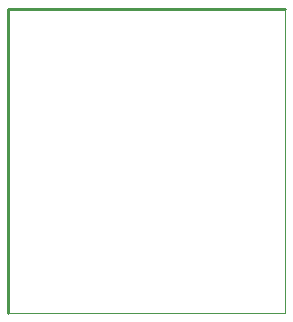
<source format=gm1>
G04 Layer_Color=16711935*
%FSLAX25Y25*%
%MOIN*%
G70*
G01*
G75*
%ADD22C,0.00394*%
%ADD23C,0.01000*%
D22*
X422551Y303925D02*
Y405106D01*
X330425Y303925D02*
X422551D01*
D23*
X330425D02*
Y405106D01*
X422551D01*
M02*

</source>
